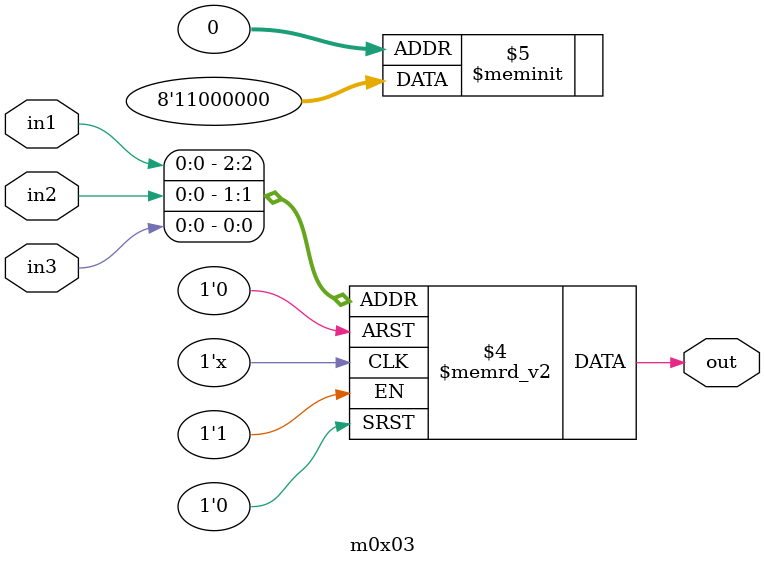
<source format=v>
module m0x03(output out, input in1, in2, in3);

   always @(in1, in2, in3)
     begin
        case({in1, in2, in3})
          3'b000: {out} = 1'b0;
          3'b001: {out} = 1'b0;
          3'b010: {out} = 1'b0;
          3'b011: {out} = 1'b0;
          3'b100: {out} = 1'b0;
          3'b101: {out} = 1'b0;
          3'b110: {out} = 1'b1;
          3'b111: {out} = 1'b1;
        endcase // case ({in1, in2, in3})
     end // always @ (in1, in2, in3)

endmodule // m0x03
</source>
